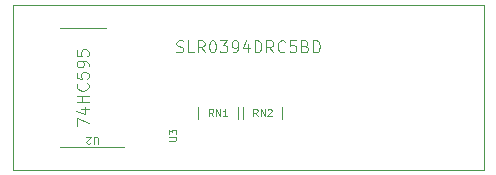
<source format=gbr>
G04 #@! TF.GenerationSoftware,KiCad,Pcbnew,(5.1.5)-3*
G04 #@! TF.CreationDate,2020-07-16T22:53:37-05:00*
G04 #@! TF.ProjectId,pcb,7063622e-6b69-4636-9164-5f7063625858,rev?*
G04 #@! TF.SameCoordinates,Original*
G04 #@! TF.FileFunction,Legend,Top*
G04 #@! TF.FilePolarity,Positive*
%FSLAX46Y46*%
G04 Gerber Fmt 4.6, Leading zero omitted, Abs format (unit mm)*
G04 Created by KiCad (PCBNEW (5.1.5)-3) date 2020-07-16 22:53:37*
%MOMM*%
%LPD*%
G04 APERTURE LIST*
%ADD10C,0.120000*%
%ADD11C,0.080000*%
%ADD12C,0.100000*%
G04 APERTURE END LIST*
D10*
X134990000Y-81900000D02*
X174890000Y-81900000D01*
X174890000Y-81900000D02*
X174890000Y-95900000D01*
X174890000Y-95900000D02*
X134990000Y-95900000D01*
X134990000Y-95900000D02*
X134990000Y-81900000D01*
X140970000Y-93960000D02*
X144420000Y-93960000D01*
X140970000Y-93960000D02*
X139020000Y-93960000D01*
X140970000Y-83840000D02*
X142920000Y-83840000D01*
X140970000Y-83840000D02*
X139020000Y-83840000D01*
X154080000Y-90559000D02*
X154080000Y-91559000D01*
X150720000Y-90559000D02*
X150720000Y-91559000D01*
X154466500Y-90559000D02*
X154466500Y-91559000D01*
X157826500Y-90559000D02*
X157826500Y-91559000D01*
D11*
X148261428Y-93421142D02*
X148747142Y-93421142D01*
X148804285Y-93392571D01*
X148832857Y-93364000D01*
X148861428Y-93306857D01*
X148861428Y-93192571D01*
X148832857Y-93135428D01*
X148804285Y-93106857D01*
X148747142Y-93078285D01*
X148261428Y-93078285D01*
X148261428Y-92849714D02*
X148261428Y-92478285D01*
X148490000Y-92678285D01*
X148490000Y-92592571D01*
X148518571Y-92535428D01*
X148547142Y-92506857D01*
X148604285Y-92478285D01*
X148747142Y-92478285D01*
X148804285Y-92506857D01*
X148832857Y-92535428D01*
X148861428Y-92592571D01*
X148861428Y-92764000D01*
X148832857Y-92821142D01*
X148804285Y-92849714D01*
D12*
X148868571Y-85875761D02*
X149011428Y-85923380D01*
X149249523Y-85923380D01*
X149344761Y-85875761D01*
X149392380Y-85828142D01*
X149440000Y-85732904D01*
X149440000Y-85637666D01*
X149392380Y-85542428D01*
X149344761Y-85494809D01*
X149249523Y-85447190D01*
X149059047Y-85399571D01*
X148963809Y-85351952D01*
X148916190Y-85304333D01*
X148868571Y-85209095D01*
X148868571Y-85113857D01*
X148916190Y-85018619D01*
X148963809Y-84971000D01*
X149059047Y-84923380D01*
X149297142Y-84923380D01*
X149440000Y-84971000D01*
X150344761Y-85923380D02*
X149868571Y-85923380D01*
X149868571Y-84923380D01*
X151249523Y-85923380D02*
X150916190Y-85447190D01*
X150678095Y-85923380D02*
X150678095Y-84923380D01*
X151059047Y-84923380D01*
X151154285Y-84971000D01*
X151201904Y-85018619D01*
X151249523Y-85113857D01*
X151249523Y-85256714D01*
X151201904Y-85351952D01*
X151154285Y-85399571D01*
X151059047Y-85447190D01*
X150678095Y-85447190D01*
X151868571Y-84923380D02*
X151963809Y-84923380D01*
X152059047Y-84971000D01*
X152106666Y-85018619D01*
X152154285Y-85113857D01*
X152201904Y-85304333D01*
X152201904Y-85542428D01*
X152154285Y-85732904D01*
X152106666Y-85828142D01*
X152059047Y-85875761D01*
X151963809Y-85923380D01*
X151868571Y-85923380D01*
X151773333Y-85875761D01*
X151725714Y-85828142D01*
X151678095Y-85732904D01*
X151630476Y-85542428D01*
X151630476Y-85304333D01*
X151678095Y-85113857D01*
X151725714Y-85018619D01*
X151773333Y-84971000D01*
X151868571Y-84923380D01*
X152535238Y-84923380D02*
X153154285Y-84923380D01*
X152820952Y-85304333D01*
X152963809Y-85304333D01*
X153059047Y-85351952D01*
X153106666Y-85399571D01*
X153154285Y-85494809D01*
X153154285Y-85732904D01*
X153106666Y-85828142D01*
X153059047Y-85875761D01*
X152963809Y-85923380D01*
X152678095Y-85923380D01*
X152582857Y-85875761D01*
X152535238Y-85828142D01*
X153630476Y-85923380D02*
X153820952Y-85923380D01*
X153916190Y-85875761D01*
X153963809Y-85828142D01*
X154059047Y-85685285D01*
X154106666Y-85494809D01*
X154106666Y-85113857D01*
X154059047Y-85018619D01*
X154011428Y-84971000D01*
X153916190Y-84923380D01*
X153725714Y-84923380D01*
X153630476Y-84971000D01*
X153582857Y-85018619D01*
X153535238Y-85113857D01*
X153535238Y-85351952D01*
X153582857Y-85447190D01*
X153630476Y-85494809D01*
X153725714Y-85542428D01*
X153916190Y-85542428D01*
X154011428Y-85494809D01*
X154059047Y-85447190D01*
X154106666Y-85351952D01*
X154963809Y-85256714D02*
X154963809Y-85923380D01*
X154725714Y-84875761D02*
X154487619Y-85590047D01*
X155106666Y-85590047D01*
X155487619Y-85923380D02*
X155487619Y-84923380D01*
X155725714Y-84923380D01*
X155868571Y-84971000D01*
X155963809Y-85066238D01*
X156011428Y-85161476D01*
X156059047Y-85351952D01*
X156059047Y-85494809D01*
X156011428Y-85685285D01*
X155963809Y-85780523D01*
X155868571Y-85875761D01*
X155725714Y-85923380D01*
X155487619Y-85923380D01*
X157059047Y-85923380D02*
X156725714Y-85447190D01*
X156487619Y-85923380D02*
X156487619Y-84923380D01*
X156868571Y-84923380D01*
X156963809Y-84971000D01*
X157011428Y-85018619D01*
X157059047Y-85113857D01*
X157059047Y-85256714D01*
X157011428Y-85351952D01*
X156963809Y-85399571D01*
X156868571Y-85447190D01*
X156487619Y-85447190D01*
X158059047Y-85828142D02*
X158011428Y-85875761D01*
X157868571Y-85923380D01*
X157773333Y-85923380D01*
X157630476Y-85875761D01*
X157535238Y-85780523D01*
X157487619Y-85685285D01*
X157440000Y-85494809D01*
X157440000Y-85351952D01*
X157487619Y-85161476D01*
X157535238Y-85066238D01*
X157630476Y-84971000D01*
X157773333Y-84923380D01*
X157868571Y-84923380D01*
X158011428Y-84971000D01*
X158059047Y-85018619D01*
X158963809Y-84923380D02*
X158487619Y-84923380D01*
X158440000Y-85399571D01*
X158487619Y-85351952D01*
X158582857Y-85304333D01*
X158820952Y-85304333D01*
X158916190Y-85351952D01*
X158963809Y-85399571D01*
X159011428Y-85494809D01*
X159011428Y-85732904D01*
X158963809Y-85828142D01*
X158916190Y-85875761D01*
X158820952Y-85923380D01*
X158582857Y-85923380D01*
X158487619Y-85875761D01*
X158440000Y-85828142D01*
X159773333Y-85399571D02*
X159916190Y-85447190D01*
X159963809Y-85494809D01*
X160011428Y-85590047D01*
X160011428Y-85732904D01*
X159963809Y-85828142D01*
X159916190Y-85875761D01*
X159820952Y-85923380D01*
X159440000Y-85923380D01*
X159440000Y-84923380D01*
X159773333Y-84923380D01*
X159868571Y-84971000D01*
X159916190Y-85018619D01*
X159963809Y-85113857D01*
X159963809Y-85209095D01*
X159916190Y-85304333D01*
X159868571Y-85351952D01*
X159773333Y-85399571D01*
X159440000Y-85399571D01*
X160440000Y-85923380D02*
X160440000Y-84923380D01*
X160678095Y-84923380D01*
X160820952Y-84971000D01*
X160916190Y-85066238D01*
X160963809Y-85161476D01*
X161011428Y-85351952D01*
X161011428Y-85494809D01*
X160963809Y-85685285D01*
X160916190Y-85780523D01*
X160820952Y-85875761D01*
X160678095Y-85923380D01*
X160440000Y-85923380D01*
D11*
X142189142Y-93673571D02*
X142189142Y-93187857D01*
X142160571Y-93130714D01*
X142132000Y-93102142D01*
X142074857Y-93073571D01*
X141960571Y-93073571D01*
X141903428Y-93102142D01*
X141874857Y-93130714D01*
X141846285Y-93187857D01*
X141846285Y-93673571D01*
X141589142Y-93616428D02*
X141560571Y-93645000D01*
X141503428Y-93673571D01*
X141360571Y-93673571D01*
X141303428Y-93645000D01*
X141274857Y-93616428D01*
X141246285Y-93559285D01*
X141246285Y-93502142D01*
X141274857Y-93416428D01*
X141617714Y-93073571D01*
X141246285Y-93073571D01*
D12*
X140422380Y-92161904D02*
X140422380Y-91495238D01*
X141422380Y-91923809D01*
X140755714Y-90685714D02*
X141422380Y-90685714D01*
X140374761Y-90923809D02*
X141089047Y-91161904D01*
X141089047Y-90542857D01*
X141422380Y-90161904D02*
X140422380Y-90161904D01*
X140898571Y-90161904D02*
X140898571Y-89590476D01*
X141422380Y-89590476D02*
X140422380Y-89590476D01*
X141327142Y-88542857D02*
X141374761Y-88590476D01*
X141422380Y-88733333D01*
X141422380Y-88828571D01*
X141374761Y-88971428D01*
X141279523Y-89066666D01*
X141184285Y-89114285D01*
X140993809Y-89161904D01*
X140850952Y-89161904D01*
X140660476Y-89114285D01*
X140565238Y-89066666D01*
X140470000Y-88971428D01*
X140422380Y-88828571D01*
X140422380Y-88733333D01*
X140470000Y-88590476D01*
X140517619Y-88542857D01*
X140422380Y-87638095D02*
X140422380Y-88114285D01*
X140898571Y-88161904D01*
X140850952Y-88114285D01*
X140803333Y-88019047D01*
X140803333Y-87780952D01*
X140850952Y-87685714D01*
X140898571Y-87638095D01*
X140993809Y-87590476D01*
X141231904Y-87590476D01*
X141327142Y-87638095D01*
X141374761Y-87685714D01*
X141422380Y-87780952D01*
X141422380Y-88019047D01*
X141374761Y-88114285D01*
X141327142Y-88161904D01*
X141422380Y-87114285D02*
X141422380Y-86923809D01*
X141374761Y-86828571D01*
X141327142Y-86780952D01*
X141184285Y-86685714D01*
X140993809Y-86638095D01*
X140612857Y-86638095D01*
X140517619Y-86685714D01*
X140470000Y-86733333D01*
X140422380Y-86828571D01*
X140422380Y-87019047D01*
X140470000Y-87114285D01*
X140517619Y-87161904D01*
X140612857Y-87209523D01*
X140850952Y-87209523D01*
X140946190Y-87161904D01*
X140993809Y-87114285D01*
X141041428Y-87019047D01*
X141041428Y-86828571D01*
X140993809Y-86733333D01*
X140946190Y-86685714D01*
X140850952Y-86638095D01*
X140422380Y-85733333D02*
X140422380Y-86209523D01*
X140898571Y-86257142D01*
X140850952Y-86209523D01*
X140803333Y-86114285D01*
X140803333Y-85876190D01*
X140850952Y-85780952D01*
X140898571Y-85733333D01*
X140993809Y-85685714D01*
X141231904Y-85685714D01*
X141327142Y-85733333D01*
X141374761Y-85780952D01*
X141422380Y-85876190D01*
X141422380Y-86114285D01*
X141374761Y-86209523D01*
X141327142Y-86257142D01*
D11*
X151985714Y-91330428D02*
X151785714Y-91044714D01*
X151642857Y-91330428D02*
X151642857Y-90730428D01*
X151871428Y-90730428D01*
X151928571Y-90759000D01*
X151957142Y-90787571D01*
X151985714Y-90844714D01*
X151985714Y-90930428D01*
X151957142Y-90987571D01*
X151928571Y-91016142D01*
X151871428Y-91044714D01*
X151642857Y-91044714D01*
X152242857Y-91330428D02*
X152242857Y-90730428D01*
X152585714Y-91330428D01*
X152585714Y-90730428D01*
X153185714Y-91330428D02*
X152842857Y-91330428D01*
X153014285Y-91330428D02*
X153014285Y-90730428D01*
X152957142Y-90816142D01*
X152900000Y-90873285D01*
X152842857Y-90901857D01*
X155732214Y-91330428D02*
X155532214Y-91044714D01*
X155389357Y-91330428D02*
X155389357Y-90730428D01*
X155617928Y-90730428D01*
X155675071Y-90759000D01*
X155703642Y-90787571D01*
X155732214Y-90844714D01*
X155732214Y-90930428D01*
X155703642Y-90987571D01*
X155675071Y-91016142D01*
X155617928Y-91044714D01*
X155389357Y-91044714D01*
X155989357Y-91330428D02*
X155989357Y-90730428D01*
X156332214Y-91330428D01*
X156332214Y-90730428D01*
X156589357Y-90787571D02*
X156617928Y-90759000D01*
X156675071Y-90730428D01*
X156817928Y-90730428D01*
X156875071Y-90759000D01*
X156903642Y-90787571D01*
X156932214Y-90844714D01*
X156932214Y-90901857D01*
X156903642Y-90987571D01*
X156560785Y-91330428D01*
X156932214Y-91330428D01*
M02*

</source>
